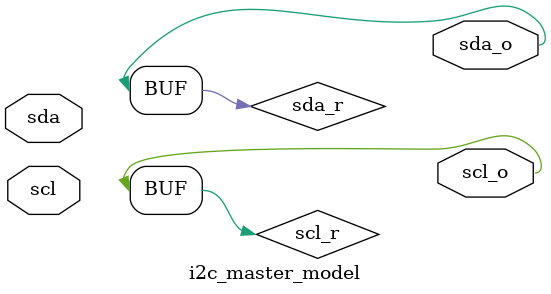
<source format=v>
/*

Copyright (c) 2023 Tobias Binkowski <tobias.binkowski@missinglinkelectronics.com>

Permission is hereby granted, free of charge, to any person obtaining a copy
of this software and associated documentation files (the "Software"), to deal
in the Software without restriction, including without limitation the rights
to use, copy, modify, merge, publish, distribute, sublicense, and/or sell
copies of the Software, and to permit persons to whom the Software is
furnished to do so, subject to the following conditions:

The above copyright notice and this permission notice shall be included in
all copies or substantial portions of the Software.

THE SOFTWARE IS PROVIDED "AS IS", WITHOUT WARRANTY OF ANY KIND, EXPRESS OR
IMPLIED, INCLUDING BUT NOT LIMITED TO THE WARRANTIES OF MERCHANTABILITY
FITNESS FOR A PARTICULAR PURPOSE AND NONINFRINGEMENT. IN NO EVENT SHALL THE
AUTHORS OR COPYRIGHT HOLDERS BE LIABLE FOR ANY CLAIM, DAMAGES OR OTHER
LIABILITY, WHETHER IN AN ACTION OF CONTRACT, TORT OR OTHERWISE, ARISING FROM,
OUT OF OR IN CONNECTION WITH THE SOFTWARE OR THE USE OR OTHER DEALINGS IN
THE SOFTWARE.

*/

// Language: Verilog 2001

`timescale 1ns / 1ps

module i2c_master_model #(
    parameter I2C_FREQUENCY = 100000
) (
    input  wire sda,
    output wire sda_o,
    input  wire scl,
    output wire scl_o
);

localparam I2C_PERIOD = 1000000000 / I2C_FREQUENCY; // 1ns / 100kHz
localparam I2C_HPERIOD = I2C_PERIOD / 2;
localparam I2C_QPERIOD = I2C_PERIOD / 4;

reg sda_r, scl_r;

assign sda_o = sda_r;
assign scl_o = scl_r;

task write;
    input [6:0] addr;
    input [7:0] data;
    integer I;
    reg [17:0] shift_reg;
begin
    $display("i2c_write @0x%0h data 0x%0h", addr, data);
    // addr, write, ack, data, ack
    shift_reg = { addr, 1'b0, 1'b1, data, 1'b1 };

    // start
    #(I2C_QPERIOD);
    sda_r = 1'b0;
    #(I2C_QPERIOD);
    scl_r = 1'b0;
    #(I2C_QPERIOD);

    for (I = 17; I >= 0 ; I = I-1) begin
        sda_r = shift_reg[I];
        #(I2C_QPERIOD);
        scl_r = 1'b1;
        #(I2C_QPERIOD);
        #(I2C_QPERIOD);
        scl_r = 1'b0;
        #(I2C_QPERIOD);
    end

    // stop
    sda_r = 1'b0;
    #(I2C_QPERIOD);
    scl_r = 1'b1;
    #(I2C_QPERIOD);
    sda_r = 1'b1;
end endtask

task read;
    input [6:0] addr;
    output [7:0] data;
    integer I;
    reg [9:0] shift_reg;
begin
    // addr, read, ack
    shift_reg = { addr, 1'b1, 1'b1 };

    // start
    #(I2C_QPERIOD);
    sda_r = 1'b0;
    #(I2C_QPERIOD);
    scl_r = 1'b0;
    #(I2C_QPERIOD);

    for (I = 8; I >= 0 ; I = I-1) begin
        sda_r = shift_reg[I];
        #(I2C_QPERIOD);
        scl_r = 1'b1;
        #(I2C_QPERIOD);
        #(I2C_QPERIOD);
        scl_r = 1'b0;
        #(I2C_QPERIOD);
    end

    sda_r = 1'b1;

    for (I = 7; I >= 0; I = I-1) begin
        #(I2C_QPERIOD);
        scl_r = 1'b1;
        #(I2C_QPERIOD);
        data[I] = (sda === 1'b0) ? 1'b0 : 1'b1;
        #(I2C_QPERIOD);
        scl_r = 1'b0;
        #(I2C_QPERIOD);
    end

    $display("i2c_read @0x%0h data 0x%0h", addr, data);

    // nack
    sda_r = 1'b1;
    #(I2C_QPERIOD);
    scl_r = 1'b1;
    #(I2C_QPERIOD);
    #(I2C_QPERIOD);

    // stop
    scl_r = 1'b0;
    #(I2C_QPERIOD);
    sda_r = 1'b0;
    #(I2C_QPERIOD);
    scl_r = 1'b1;
    #(I2C_QPERIOD);
    sda_r = 1'b1;
end endtask

task smbus_write;
    input [6:0] addr;
    input [7:0] cmd;
    input [7:0] data;
    integer I;
    reg [26:0] shift_reg;
begin
    $display("smbus_write @0x%0h cmd 0x%0h data 0x%0h", addr, cmd, data);
    // addr, write, ack, cmd, ack, data, ack
    shift_reg = { addr, 1'b0, 1'b1, cmd, 1'b1, data, 1'b1 };

    // start
    #(I2C_QPERIOD);
    sda_r = 1'b0;
    #(I2C_QPERIOD);
    scl_r = 1'b0;
    #(I2C_QPERIOD);

    for (I = 26; I >= 0 ; I = I-1) begin
        sda_r = shift_reg[I];
        #(I2C_QPERIOD);
        scl_r = 1'b1;
        #(I2C_QPERIOD);
        #(I2C_QPERIOD);
        scl_r = 1'b0;
        #(I2C_QPERIOD);
    end

    // stop
    sda_r = 1'b0;
    #(I2C_QPERIOD);
    scl_r = 1'b1;
    #(I2C_QPERIOD);
    sda_r = 1'b1;

end endtask

task smbus_read;
    input [6:0] addr;
    input [7:0] cmd;
    output [7:0] data;
    integer I;
    reg [17:0] shift_reg;
begin
    // addr, write, ack, cmd, ack
    shift_reg = { addr, 1'b0, 1'b1, cmd, 1'b1 };

    // start
    #(I2C_QPERIOD);
    sda_r = 1'b0;
    #(I2C_QPERIOD);
    scl_r = 1'b0;
    #(I2C_QPERIOD);

    for (I = 17; I >= 0 ; I = I-1) begin
        sda_r = shift_reg[I];
        #(I2C_QPERIOD);
        scl_r = 1'b1;
        #(I2C_QPERIOD);
        #(I2C_QPERIOD);
        scl_r = 1'b0;
        #(I2C_QPERIOD);
    end

    // repeated start
    sda_r = 1'b1;
    #(I2C_QPERIOD);
    scl_r = 1'b1;
    #(I2C_QPERIOD);
    sda_r = 1'b0;
    #(I2C_QPERIOD);
    scl_r = 1'b0;
    #(I2C_QPERIOD);

    // addr, read, ack
    shift_reg = { addr, 1'b1, 1'b1 };

    for (I = 8; I >= 0 ; I = I-1) begin
        sda_r = shift_reg[I];
        #(I2C_QPERIOD);
        scl_r = 1'b1;
        #(I2C_QPERIOD);
        #(I2C_QPERIOD);
        scl_r = 1'b0;
        #(I2C_QPERIOD);
    end

    sda_r = 1'b1;

    for (I = 7; I >= 0; I = I-1) begin
        #(I2C_QPERIOD);
        scl_r = 1'b1;
        #(I2C_QPERIOD);
        data[I] = (sda === 1'b0) ? 1'b0 : 1'b1;
        #(I2C_QPERIOD);
        scl_r = 1'b0;
        #(I2C_QPERIOD);
    end

    $display("smbus_read @0x%0h cmd 0x%0h data 0x%0h", addr, cmd, data);

    // nack
    sda_r = 1'b1;
    #(I2C_QPERIOD);
    scl_r = 1'b1;
    #(I2C_QPERIOD);
    #(I2C_QPERIOD);

    // stop
    scl_r = 1'b0;
    #(I2C_QPERIOD);
    sda_r = 1'b0;
    #(I2C_QPERIOD);
    scl_r = 1'b1;
    #(I2C_QPERIOD);
    sda_r = 1'b1;
end endtask



endmodule

</source>
